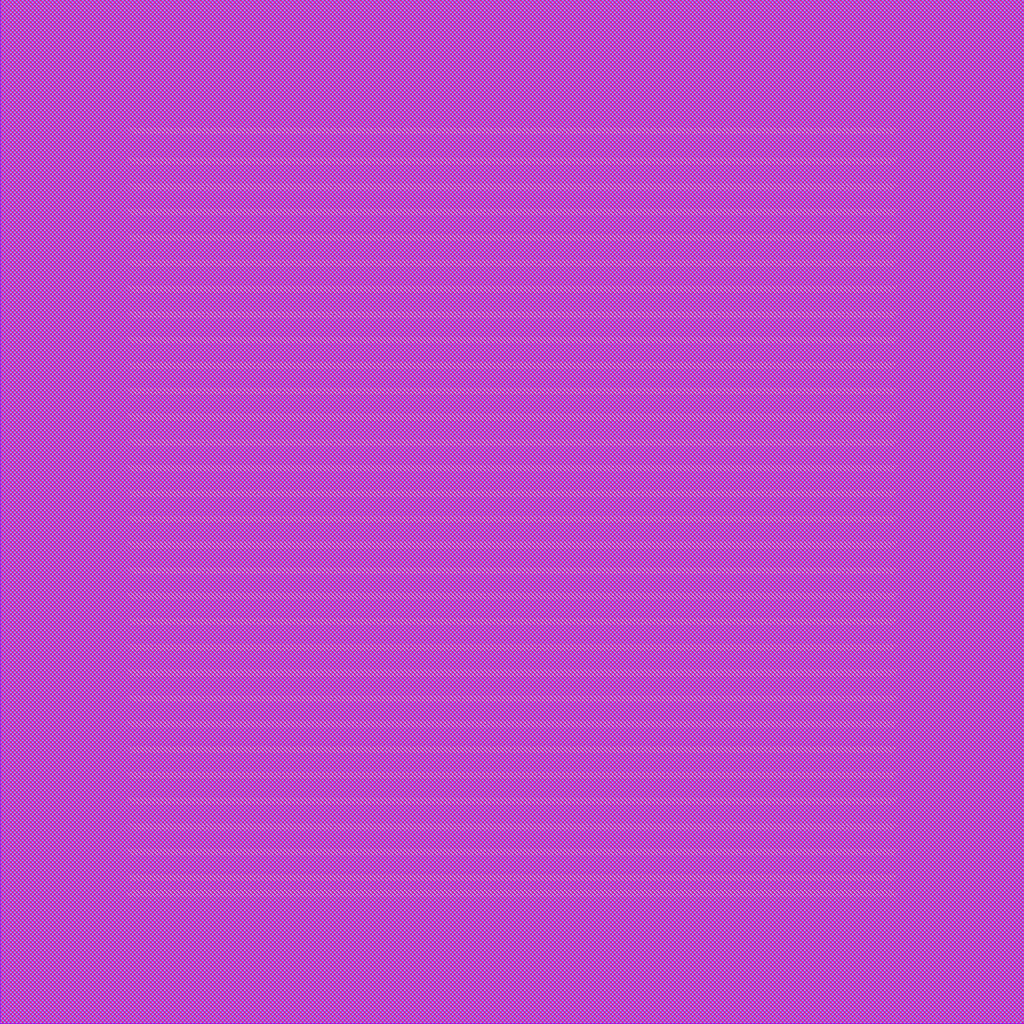
<source format=lef>
###############################################################
#  Generated by:      Cadence Innovus 21.10-p004_1
#  OS:                Linux x86_64(Host ID caen-vnc-mi07.engin.umich.edu)
#  Generated on:      Sat Mar 19 03:07:54 2022
#  Design:            mult_chip
#  Command:           write_lef_abstract /afs/umich.edu/class/eecs627/w23/template_prj/mult_chip/apr/data/mult_chip.lef -specifyTopLayer 8 -stripePin -PGpinLayers 8
###############################################################

VERSION 5.8 ;

BUSBITCHARS "[]" ;
DIVIDERCHAR "/" ;

MACRO mult_chip
  CLASS BLOCK ;
  SIZE 2000.000000 BY 2000.000000 ;
  FOREIGN mult_chip 0.000000 0.000000 ;
  ORIGIN 0 0 ;
  SYMMETRY X Y R90 ;
  PIN i_clk
    DIRECTION INPUT ;
    USE SIGNAL ;
  END i_clk
  PIN i_reset
    DIRECTION INPUT ;
    USE SIGNAL ;
  END i_reset
  PIN i_smem_ext
    DIRECTION INPUT ;
    USE SIGNAL ;
  END i_smem_ext
  PIN i_smem_cen
    DIRECTION INPUT ;
    USE SIGNAL ;
  END i_smem_cen
  PIN i_smem_wen
    DIRECTION INPUT ;
    USE SIGNAL ;
  END i_smem_wen
  PIN i_smem_addr[11]
    DIRECTION INPUT ;
    USE SIGNAL ;
  END i_smem_addr[11]
  PIN i_smem_addr[10]
    DIRECTION INPUT ;
    USE SIGNAL ;
  END i_smem_addr[10]
  PIN i_smem_addr[9]
    DIRECTION INPUT ;
    USE SIGNAL ;
  END i_smem_addr[9]
  PIN i_smem_addr[8]
    DIRECTION INPUT ;
    USE SIGNAL ;
  END i_smem_addr[8]
  PIN i_smem_addr[7]
    DIRECTION INPUT ;
    USE SIGNAL ;
  END i_smem_addr[7]
  PIN i_smem_addr[6]
    DIRECTION INPUT ;
    USE SIGNAL ;
  END i_smem_addr[6]
  PIN i_smem_addr[5]
    DIRECTION INPUT ;
    USE SIGNAL ;
  END i_smem_addr[5]
  PIN i_smem_addr[4]
    DIRECTION INPUT ;
    USE SIGNAL ;
  END i_smem_addr[4]
  PIN i_smem_addr[3]
    DIRECTION INPUT ;
    USE SIGNAL ;
  END i_smem_addr[3]
  PIN i_smem_addr[2]
    DIRECTION INPUT ;
    USE SIGNAL ;
  END i_smem_addr[2]
  PIN i_smem_addr[1]
    DIRECTION INPUT ;
    USE SIGNAL ;
  END i_smem_addr[1]
  PIN i_smem_addr[0]
    DIRECTION INPUT ;
    USE SIGNAL ;
  END i_smem_addr[0]
  PIN i_smem_wdata[15]
    DIRECTION INPUT ;
    USE SIGNAL ;
  END i_smem_wdata[15]
  PIN i_smem_wdata[14]
    DIRECTION INPUT ;
    USE SIGNAL ;
  END i_smem_wdata[14]
  PIN i_smem_wdata[13]
    DIRECTION INPUT ;
    USE SIGNAL ;
  END i_smem_wdata[13]
  PIN i_smem_wdata[12]
    DIRECTION INPUT ;
    USE SIGNAL ;
  END i_smem_wdata[12]
  PIN i_smem_wdata[11]
    DIRECTION INPUT ;
    USE SIGNAL ;
  END i_smem_wdata[11]
  PIN i_smem_wdata[10]
    DIRECTION INPUT ;
    USE SIGNAL ;
  END i_smem_wdata[10]
  PIN i_smem_wdata[9]
    DIRECTION INPUT ;
    USE SIGNAL ;
  END i_smem_wdata[9]
  PIN i_smem_wdata[8]
    DIRECTION INPUT ;
    USE SIGNAL ;
  END i_smem_wdata[8]
  PIN i_smem_wdata[7]
    DIRECTION INPUT ;
    USE SIGNAL ;
  END i_smem_wdata[7]
  PIN i_smem_wdata[6]
    DIRECTION INPUT ;
    USE SIGNAL ;
  END i_smem_wdata[6]
  PIN i_smem_wdata[5]
    DIRECTION INPUT ;
    USE SIGNAL ;
  END i_smem_wdata[5]
  PIN i_smem_wdata[4]
    DIRECTION INPUT ;
    USE SIGNAL ;
  END i_smem_wdata[4]
  PIN i_smem_wdata[3]
    DIRECTION INPUT ;
    USE SIGNAL ;
  END i_smem_wdata[3]
  PIN i_smem_wdata[2]
    DIRECTION INPUT ;
    USE SIGNAL ;
  END i_smem_wdata[2]
  PIN i_smem_wdata[1]
    DIRECTION INPUT ;
    USE SIGNAL ;
  END i_smem_wdata[1]
  PIN i_smem_wdata[0]
    DIRECTION INPUT ;
    USE SIGNAL ;
  END i_smem_wdata[0]
  PIN o_smem_rdata[15]
    DIRECTION OUTPUT ;
    USE SIGNAL ;
  END o_smem_rdata[15]
  PIN o_smem_rdata[14]
    DIRECTION OUTPUT ;
    USE SIGNAL ;
  END o_smem_rdata[14]
  PIN o_smem_rdata[13]
    DIRECTION OUTPUT ;
    USE SIGNAL ;
  END o_smem_rdata[13]
  PIN o_smem_rdata[12]
    DIRECTION OUTPUT ;
    USE SIGNAL ;
  END o_smem_rdata[12]
  PIN o_smem_rdata[11]
    DIRECTION OUTPUT ;
    USE SIGNAL ;
  END o_smem_rdata[11]
  PIN o_smem_rdata[10]
    DIRECTION OUTPUT ;
    USE SIGNAL ;
  END o_smem_rdata[10]
  PIN o_smem_rdata[9]
    DIRECTION OUTPUT ;
    USE SIGNAL ;
  END o_smem_rdata[9]
  PIN o_smem_rdata[8]
    DIRECTION OUTPUT ;
    USE SIGNAL ;
  END o_smem_rdata[8]
  PIN o_smem_rdata[7]
    DIRECTION OUTPUT ;
    USE SIGNAL ;
  END o_smem_rdata[7]
  PIN o_smem_rdata[6]
    DIRECTION OUTPUT ;
    USE SIGNAL ;
  END o_smem_rdata[6]
  PIN o_smem_rdata[5]
    DIRECTION OUTPUT ;
    USE SIGNAL ;
  END o_smem_rdata[5]
  PIN o_smem_rdata[4]
    DIRECTION OUTPUT ;
    USE SIGNAL ;
  END o_smem_rdata[4]
  PIN o_smem_rdata[3]
    DIRECTION OUTPUT ;
    USE SIGNAL ;
  END o_smem_rdata[3]
  PIN o_smem_rdata[2]
    DIRECTION OUTPUT ;
    USE SIGNAL ;
  END o_smem_rdata[2]
  PIN o_smem_rdata[1]
    DIRECTION OUTPUT ;
    USE SIGNAL ;
  END o_smem_rdata[1]
  PIN o_smem_rdata[0]
    DIRECTION OUTPUT ;
    USE SIGNAL ;
  END o_smem_rdata[0]
  PIN VSS
    DIRECTION INOUT ;
    USE GROUND ;

# P/G power stripe data as pin
    PORT
      LAYER LM ;
        RECT 250.000000 250.000000 1750.000000 254.000000 ;
        RECT 250.000000 286.000000 1750.000000 290.000000 ;
        RECT 250.000000 336.000000 1750.000000 340.000000 ;
        RECT 250.000000 436.000000 1750.000000 440.000000 ;
        RECT 250.000000 386.000000 1750.000000 390.000000 ;
        RECT 250.000000 486.000000 1750.000000 490.000000 ;
        RECT 250.000000 536.000000 1750.000000 540.000000 ;
        RECT 250.000000 586.000000 1750.000000 590.000000 ;
        RECT 250.000000 686.000000 1750.000000 690.000000 ;
        RECT 250.000000 636.000000 1750.000000 640.000000 ;
        RECT 250.000000 736.000000 1750.000000 740.000000 ;
        RECT 250.000000 786.000000 1750.000000 790.000000 ;
        RECT 250.000000 836.000000 1750.000000 840.000000 ;
        RECT 250.000000 936.000000 1750.000000 940.000000 ;
        RECT 250.000000 886.000000 1750.000000 890.000000 ;
        RECT 250.000000 986.000000 1750.000000 990.000000 ;
        RECT 250.000000 1036.000000 1750.000000 1040.000000 ;
        RECT 250.000000 1086.000000 1750.000000 1090.000000 ;
        RECT 250.000000 1186.000000 1750.000000 1190.000000 ;
        RECT 250.000000 1136.000000 1750.000000 1140.000000 ;
        RECT 250.000000 1236.000000 1750.000000 1240.000000 ;
        RECT 250.000000 1286.000000 1750.000000 1290.000000 ;
        RECT 250.000000 1336.000000 1750.000000 1340.000000 ;
        RECT 250.000000 1436.000000 1750.000000 1440.000000 ;
        RECT 250.000000 1386.000000 1750.000000 1390.000000 ;
        RECT 250.000000 1486.000000 1750.000000 1490.000000 ;
        RECT 250.000000 1536.000000 1750.000000 1540.000000 ;
        RECT 250.000000 1586.000000 1750.000000 1590.000000 ;
        RECT 250.000000 1686.000000 1750.000000 1690.000000 ;
        RECT 250.000000 1636.000000 1750.000000 1640.000000 ;
        RECT 250.000000 1745.200000 1750.000000 1749.200000 ;
    END
# end of P/G power stripe data as pin

  END VSS
  PIN VDD
    DIRECTION INOUT ;
    USE POWER ;

# P/G power stripe data as pin
    PORT
      LAYER LM ;
        RECT 256.000000 280.000000 1744.000000 284.000000 ;
        RECT 256.000000 256.000000 1744.000000 260.000000 ;
        RECT 256.000000 330.000000 1744.000000 334.000000 ;
        RECT 256.000000 380.000000 1744.000000 384.000000 ;
        RECT 256.000000 430.000000 1744.000000 434.000000 ;
        RECT 256.000000 480.000000 1744.000000 484.000000 ;
        RECT 256.000000 530.000000 1744.000000 534.000000 ;
        RECT 256.000000 580.000000 1744.000000 584.000000 ;
        RECT 256.000000 630.000000 1744.000000 634.000000 ;
        RECT 256.000000 680.000000 1744.000000 684.000000 ;
        RECT 256.000000 730.000000 1744.000000 734.000000 ;
        RECT 256.000000 780.000000 1744.000000 784.000000 ;
        RECT 256.000000 830.000000 1744.000000 834.000000 ;
        RECT 256.000000 880.000000 1744.000000 884.000000 ;
        RECT 256.000000 930.000000 1744.000000 934.000000 ;
        RECT 256.000000 980.000000 1744.000000 984.000000 ;
        RECT 256.000000 1030.000000 1744.000000 1034.000000 ;
        RECT 256.000000 1080.000000 1744.000000 1084.000000 ;
        RECT 256.000000 1130.000000 1744.000000 1134.000000 ;
        RECT 256.000000 1180.000000 1744.000000 1184.000000 ;
        RECT 256.000000 1230.000000 1744.000000 1234.000000 ;
        RECT 256.000000 1280.000000 1744.000000 1284.000000 ;
        RECT 256.000000 1330.000000 1744.000000 1334.000000 ;
        RECT 256.000000 1380.000000 1744.000000 1384.000000 ;
        RECT 256.000000 1430.000000 1744.000000 1434.000000 ;
        RECT 256.000000 1480.000000 1744.000000 1484.000000 ;
        RECT 256.000000 1530.000000 1744.000000 1534.000000 ;
        RECT 256.000000 1580.000000 1744.000000 1584.000000 ;
        RECT 256.000000 1630.000000 1744.000000 1634.000000 ;
        RECT 256.000000 1680.000000 1744.000000 1684.000000 ;
        RECT 256.000000 1739.200000 1744.000000 1743.200000 ;
    END
# end of P/G power stripe data as pin

  END VDD
  OBS
    LAYER M1 ;
      RECT 0.000000 0.000000 2000.000000 2000.000000 ;
    LAYER M2 ;
      RECT 0.000000 0.000000 2000.000000 2000.000000 ;
    LAYER M3 ;
      RECT 0.000000 0.000000 2000.000000 2000.000000 ;
    LAYER M4 ;
      RECT 0.000000 0.000000 2000.000000 2000.000000 ;
    LAYER M5 ;
      RECT 0.000000 0.000000 2000.000000 2000.000000 ;
    LAYER M6 ;
      RECT 0.000000 0.000000 2000.000000 2000.000000 ;
    LAYER MQ ;
      RECT 0.000000 0.000000 2000.000000 2000.000000 ;
    LAYER LM ;
      RECT 0.000000 1751.120000 2000.000000 2000.000000 ;
      RECT 1751.920000 1743.280000 2000.000000 1751.120000 ;
      RECT 0.000000 1743.280000 248.080000 1751.120000 ;
      RECT 1745.920000 1737.280000 2000.000000 1743.280000 ;
      RECT 0.000000 1737.280000 254.080000 1743.280000 ;
      RECT 0.000000 1691.920000 2000.000000 1737.280000 ;
      RECT 1751.920000 1684.080000 2000.000000 1691.920000 ;
      RECT 0.000000 1684.080000 248.080000 1691.920000 ;
      RECT 1745.920000 1678.080000 2000.000000 1684.080000 ;
      RECT 0.000000 1678.080000 254.080000 1684.080000 ;
      RECT 0.000000 1641.920000 2000.000000 1678.080000 ;
      RECT 1751.920000 1634.080000 2000.000000 1641.920000 ;
      RECT 0.000000 1634.080000 248.080000 1641.920000 ;
      RECT 1745.920000 1628.080000 2000.000000 1634.080000 ;
      RECT 0.000000 1628.080000 254.080000 1634.080000 ;
      RECT 0.000000 1591.920000 2000.000000 1628.080000 ;
      RECT 1751.920000 1584.080000 2000.000000 1591.920000 ;
      RECT 0.000000 1584.080000 248.080000 1591.920000 ;
      RECT 1745.920000 1578.080000 2000.000000 1584.080000 ;
      RECT 0.000000 1578.080000 254.080000 1584.080000 ;
      RECT 0.000000 1541.920000 2000.000000 1578.080000 ;
      RECT 1751.920000 1534.080000 2000.000000 1541.920000 ;
      RECT 0.000000 1534.080000 248.080000 1541.920000 ;
      RECT 1745.920000 1528.080000 2000.000000 1534.080000 ;
      RECT 0.000000 1528.080000 254.080000 1534.080000 ;
      RECT 0.000000 1491.920000 2000.000000 1528.080000 ;
      RECT 1751.920000 1484.080000 2000.000000 1491.920000 ;
      RECT 0.000000 1484.080000 248.080000 1491.920000 ;
      RECT 1745.920000 1478.080000 2000.000000 1484.080000 ;
      RECT 0.000000 1478.080000 254.080000 1484.080000 ;
      RECT 0.000000 1441.920000 2000.000000 1478.080000 ;
      RECT 1751.920000 1434.080000 2000.000000 1441.920000 ;
      RECT 0.000000 1434.080000 248.080000 1441.920000 ;
      RECT 1745.920000 1428.080000 2000.000000 1434.080000 ;
      RECT 0.000000 1428.080000 254.080000 1434.080000 ;
      RECT 0.000000 1391.920000 2000.000000 1428.080000 ;
      RECT 1751.920000 1384.080000 2000.000000 1391.920000 ;
      RECT 0.000000 1384.080000 248.080000 1391.920000 ;
      RECT 1745.920000 1378.080000 2000.000000 1384.080000 ;
      RECT 0.000000 1378.080000 254.080000 1384.080000 ;
      RECT 0.000000 1341.920000 2000.000000 1378.080000 ;
      RECT 1751.920000 1334.080000 2000.000000 1341.920000 ;
      RECT 0.000000 1334.080000 248.080000 1341.920000 ;
      RECT 1745.920000 1328.080000 2000.000000 1334.080000 ;
      RECT 0.000000 1328.080000 254.080000 1334.080000 ;
      RECT 0.000000 1291.920000 2000.000000 1328.080000 ;
      RECT 1751.920000 1284.080000 2000.000000 1291.920000 ;
      RECT 0.000000 1284.080000 248.080000 1291.920000 ;
      RECT 1745.920000 1278.080000 2000.000000 1284.080000 ;
      RECT 0.000000 1278.080000 254.080000 1284.080000 ;
      RECT 0.000000 1241.920000 2000.000000 1278.080000 ;
      RECT 1751.920000 1234.080000 2000.000000 1241.920000 ;
      RECT 0.000000 1234.080000 248.080000 1241.920000 ;
      RECT 1745.920000 1228.080000 2000.000000 1234.080000 ;
      RECT 0.000000 1228.080000 254.080000 1234.080000 ;
      RECT 0.000000 1191.920000 2000.000000 1228.080000 ;
      RECT 1751.920000 1184.080000 2000.000000 1191.920000 ;
      RECT 0.000000 1184.080000 248.080000 1191.920000 ;
      RECT 1745.920000 1178.080000 2000.000000 1184.080000 ;
      RECT 0.000000 1178.080000 254.080000 1184.080000 ;
      RECT 0.000000 1141.920000 2000.000000 1178.080000 ;
      RECT 1751.920000 1134.080000 2000.000000 1141.920000 ;
      RECT 0.000000 1134.080000 248.080000 1141.920000 ;
      RECT 1745.920000 1128.080000 2000.000000 1134.080000 ;
      RECT 0.000000 1128.080000 254.080000 1134.080000 ;
      RECT 0.000000 1091.920000 2000.000000 1128.080000 ;
      RECT 1751.920000 1084.080000 2000.000000 1091.920000 ;
      RECT 0.000000 1084.080000 248.080000 1091.920000 ;
      RECT 1745.920000 1078.080000 2000.000000 1084.080000 ;
      RECT 0.000000 1078.080000 254.080000 1084.080000 ;
      RECT 0.000000 1041.920000 2000.000000 1078.080000 ;
      RECT 1751.920000 1034.080000 2000.000000 1041.920000 ;
      RECT 0.000000 1034.080000 248.080000 1041.920000 ;
      RECT 1745.920000 1028.080000 2000.000000 1034.080000 ;
      RECT 0.000000 1028.080000 254.080000 1034.080000 ;
      RECT 0.000000 991.920000 2000.000000 1028.080000 ;
      RECT 1751.920000 984.080000 2000.000000 991.920000 ;
      RECT 0.000000 984.080000 248.080000 991.920000 ;
      RECT 1745.920000 978.080000 2000.000000 984.080000 ;
      RECT 0.000000 978.080000 254.080000 984.080000 ;
      RECT 0.000000 941.920000 2000.000000 978.080000 ;
      RECT 1751.920000 934.080000 2000.000000 941.920000 ;
      RECT 0.000000 934.080000 248.080000 941.920000 ;
      RECT 1745.920000 928.080000 2000.000000 934.080000 ;
      RECT 0.000000 928.080000 254.080000 934.080000 ;
      RECT 0.000000 891.920000 2000.000000 928.080000 ;
      RECT 1751.920000 884.080000 2000.000000 891.920000 ;
      RECT 0.000000 884.080000 248.080000 891.920000 ;
      RECT 1745.920000 878.080000 2000.000000 884.080000 ;
      RECT 0.000000 878.080000 254.080000 884.080000 ;
      RECT 0.000000 841.920000 2000.000000 878.080000 ;
      RECT 1751.920000 834.080000 2000.000000 841.920000 ;
      RECT 0.000000 834.080000 248.080000 841.920000 ;
      RECT 1745.920000 828.080000 2000.000000 834.080000 ;
      RECT 0.000000 828.080000 254.080000 834.080000 ;
      RECT 0.000000 791.920000 2000.000000 828.080000 ;
      RECT 1751.920000 784.080000 2000.000000 791.920000 ;
      RECT 0.000000 784.080000 248.080000 791.920000 ;
      RECT 1745.920000 778.080000 2000.000000 784.080000 ;
      RECT 0.000000 778.080000 254.080000 784.080000 ;
      RECT 0.000000 741.920000 2000.000000 778.080000 ;
      RECT 1751.920000 734.080000 2000.000000 741.920000 ;
      RECT 0.000000 734.080000 248.080000 741.920000 ;
      RECT 1745.920000 728.080000 2000.000000 734.080000 ;
      RECT 0.000000 728.080000 254.080000 734.080000 ;
      RECT 0.000000 691.920000 2000.000000 728.080000 ;
      RECT 1751.920000 684.080000 2000.000000 691.920000 ;
      RECT 0.000000 684.080000 248.080000 691.920000 ;
      RECT 1745.920000 678.080000 2000.000000 684.080000 ;
      RECT 0.000000 678.080000 254.080000 684.080000 ;
      RECT 0.000000 641.920000 2000.000000 678.080000 ;
      RECT 1751.920000 634.080000 2000.000000 641.920000 ;
      RECT 0.000000 634.080000 248.080000 641.920000 ;
      RECT 1745.920000 628.080000 2000.000000 634.080000 ;
      RECT 0.000000 628.080000 254.080000 634.080000 ;
      RECT 0.000000 591.920000 2000.000000 628.080000 ;
      RECT 1751.920000 584.080000 2000.000000 591.920000 ;
      RECT 0.000000 584.080000 248.080000 591.920000 ;
      RECT 1745.920000 578.080000 2000.000000 584.080000 ;
      RECT 0.000000 578.080000 254.080000 584.080000 ;
      RECT 0.000000 541.920000 2000.000000 578.080000 ;
      RECT 1751.920000 534.080000 2000.000000 541.920000 ;
      RECT 0.000000 534.080000 248.080000 541.920000 ;
      RECT 1745.920000 528.080000 2000.000000 534.080000 ;
      RECT 0.000000 528.080000 254.080000 534.080000 ;
      RECT 0.000000 491.920000 2000.000000 528.080000 ;
      RECT 1751.920000 484.080000 2000.000000 491.920000 ;
      RECT 0.000000 484.080000 248.080000 491.920000 ;
      RECT 1745.920000 478.080000 2000.000000 484.080000 ;
      RECT 0.000000 478.080000 254.080000 484.080000 ;
      RECT 0.000000 441.920000 2000.000000 478.080000 ;
      RECT 1751.920000 434.080000 2000.000000 441.920000 ;
      RECT 0.000000 434.080000 248.080000 441.920000 ;
      RECT 1745.920000 428.080000 2000.000000 434.080000 ;
      RECT 0.000000 428.080000 254.080000 434.080000 ;
      RECT 0.000000 391.920000 2000.000000 428.080000 ;
      RECT 1751.920000 384.080000 2000.000000 391.920000 ;
      RECT 0.000000 384.080000 248.080000 391.920000 ;
      RECT 1745.920000 378.080000 2000.000000 384.080000 ;
      RECT 0.000000 378.080000 254.080000 384.080000 ;
      RECT 0.000000 341.920000 2000.000000 378.080000 ;
      RECT 1751.920000 334.080000 2000.000000 341.920000 ;
      RECT 0.000000 334.080000 248.080000 341.920000 ;
      RECT 1745.920000 328.080000 2000.000000 334.080000 ;
      RECT 0.000000 328.080000 254.080000 334.080000 ;
      RECT 0.000000 291.920000 2000.000000 328.080000 ;
      RECT 1751.920000 284.080000 2000.000000 291.920000 ;
      RECT 0.000000 284.080000 248.080000 291.920000 ;
      RECT 1745.920000 278.080000 2000.000000 284.080000 ;
      RECT 0.000000 278.080000 254.080000 284.080000 ;
      RECT 0.000000 261.920000 2000.000000 278.080000 ;
      RECT 1745.920000 255.920000 2000.000000 261.920000 ;
      RECT 0.000000 255.920000 254.080000 261.920000 ;
      RECT 1751.920000 248.080000 2000.000000 255.920000 ;
      RECT 0.000000 248.080000 248.080000 255.920000 ;
      RECT 0.000000 0.000000 2000.000000 248.080000 ;
  END
END mult_chip

END LIBRARY

</source>
